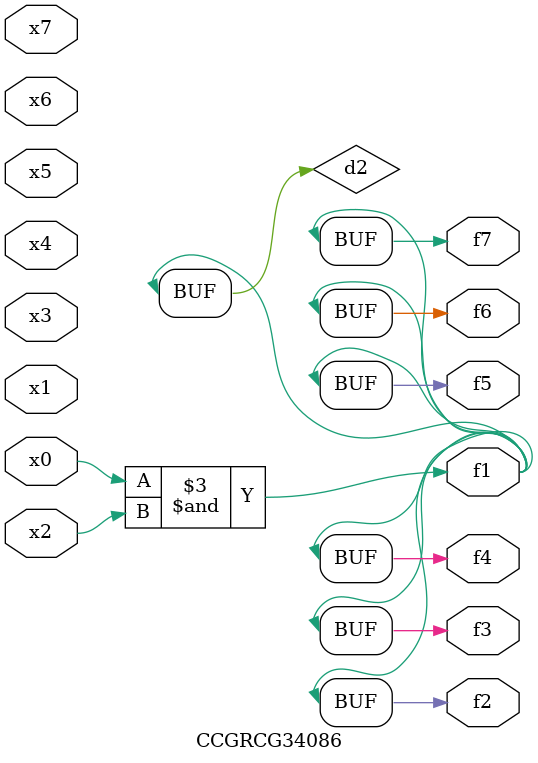
<source format=v>
module CCGRCG34086(
	input x0, x1, x2, x3, x4, x5, x6, x7,
	output f1, f2, f3, f4, f5, f6, f7
);

	wire d1, d2;

	nor (d1, x3, x6);
	and (d2, x0, x2);
	assign f1 = d2;
	assign f2 = d2;
	assign f3 = d2;
	assign f4 = d2;
	assign f5 = d2;
	assign f6 = d2;
	assign f7 = d2;
endmodule

</source>
